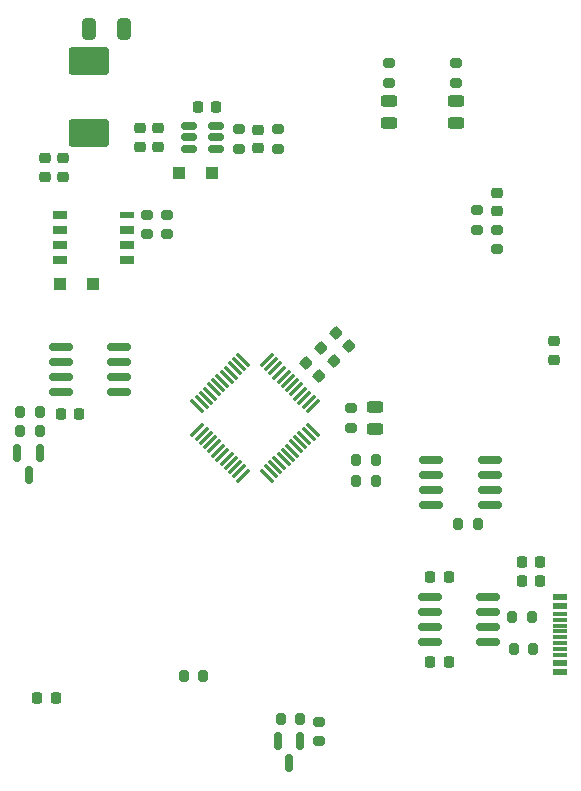
<source format=gbr>
%TF.GenerationSoftware,KiCad,Pcbnew,7.0.7*%
%TF.CreationDate,2024-02-22T09:52:38+01:00*%
%TF.ProjectId,Floppy Soldering station 3.0,466c6f70-7079-4205-936f-6c646572696e,1.0*%
%TF.SameCoordinates,Original*%
%TF.FileFunction,Paste,Top*%
%TF.FilePolarity,Positive*%
%FSLAX46Y46*%
G04 Gerber Fmt 4.6, Leading zero omitted, Abs format (unit mm)*
G04 Created by KiCad (PCBNEW 7.0.7) date 2024-02-22 09:52:38*
%MOMM*%
%LPD*%
G01*
G04 APERTURE LIST*
G04 Aperture macros list*
%AMRoundRect*
0 Rectangle with rounded corners*
0 $1 Rounding radius*
0 $2 $3 $4 $5 $6 $7 $8 $9 X,Y pos of 4 corners*
0 Add a 4 corners polygon primitive as box body*
4,1,4,$2,$3,$4,$5,$6,$7,$8,$9,$2,$3,0*
0 Add four circle primitives for the rounded corners*
1,1,$1+$1,$2,$3*
1,1,$1+$1,$4,$5*
1,1,$1+$1,$6,$7*
1,1,$1+$1,$8,$9*
0 Add four rect primitives between the rounded corners*
20,1,$1+$1,$2,$3,$4,$5,0*
20,1,$1+$1,$4,$5,$6,$7,0*
20,1,$1+$1,$6,$7,$8,$9,0*
20,1,$1+$1,$8,$9,$2,$3,0*%
G04 Aperture macros list end*
%ADD10RoundRect,0.250000X-0.325000X-0.650000X0.325000X-0.650000X0.325000X0.650000X-0.325000X0.650000X0*%
%ADD11RoundRect,0.225000X0.250000X-0.225000X0.250000X0.225000X-0.250000X0.225000X-0.250000X-0.225000X0*%
%ADD12RoundRect,0.200000X-0.275000X0.200000X-0.275000X-0.200000X0.275000X-0.200000X0.275000X0.200000X0*%
%ADD13RoundRect,0.200000X-0.200000X-0.275000X0.200000X-0.275000X0.200000X0.275000X-0.200000X0.275000X0*%
%ADD14RoundRect,0.075000X0.415425X0.521491X-0.521491X-0.415425X-0.415425X-0.521491X0.521491X0.415425X0*%
%ADD15RoundRect,0.075000X-0.415425X0.521491X-0.521491X0.415425X0.415425X-0.521491X0.521491X-0.415425X0*%
%ADD16RoundRect,0.150000X-0.150000X0.587500X-0.150000X-0.587500X0.150000X-0.587500X0.150000X0.587500X0*%
%ADD17RoundRect,0.200000X0.200000X0.275000X-0.200000X0.275000X-0.200000X-0.275000X0.200000X-0.275000X0*%
%ADD18RoundRect,0.225000X-0.225000X-0.250000X0.225000X-0.250000X0.225000X0.250000X-0.225000X0.250000X0*%
%ADD19RoundRect,0.225000X0.335876X0.017678X0.017678X0.335876X-0.335876X-0.017678X-0.017678X-0.335876X0*%
%ADD20RoundRect,0.235000X1.465000X-0.940000X1.465000X0.940000X-1.465000X0.940000X-1.465000X-0.940000X0*%
%ADD21RoundRect,0.250000X-0.300000X-0.300000X0.300000X-0.300000X0.300000X0.300000X-0.300000X0.300000X0*%
%ADD22RoundRect,0.200000X0.275000X-0.200000X0.275000X0.200000X-0.275000X0.200000X-0.275000X-0.200000X0*%
%ADD23RoundRect,0.243750X0.456250X-0.243750X0.456250X0.243750X-0.456250X0.243750X-0.456250X-0.243750X0*%
%ADD24RoundRect,0.225000X-0.335876X-0.017678X-0.017678X-0.335876X0.335876X0.017678X0.017678X0.335876X0*%
%ADD25RoundRect,0.150000X-0.825000X-0.150000X0.825000X-0.150000X0.825000X0.150000X-0.825000X0.150000X0*%
%ADD26RoundRect,0.150000X0.825000X0.150000X-0.825000X0.150000X-0.825000X-0.150000X0.825000X-0.150000X0*%
%ADD27R,1.150000X0.600000*%
%ADD28R,1.150000X0.300000*%
%ADD29R,1.310000X0.650000*%
%ADD30R,1.310000X0.600000*%
%ADD31RoundRect,0.243750X-0.456250X0.243750X-0.456250X-0.243750X0.456250X-0.243750X0.456250X0.243750X0*%
%ADD32RoundRect,0.225000X0.225000X0.250000X-0.225000X0.250000X-0.225000X-0.250000X0.225000X-0.250000X0*%
%ADD33RoundRect,0.150000X-0.512500X-0.150000X0.512500X-0.150000X0.512500X0.150000X-0.512500X0.150000X0*%
G04 APERTURE END LIST*
D10*
%TO.C,C13*%
X140368000Y-63770000D03*
X143318000Y-63770000D03*
%TD*%
D11*
%TO.C,C2*%
X138160000Y-76229000D03*
X138160000Y-74679000D03*
%TD*%
D12*
%TO.C,R8*%
X153019000Y-72216000D03*
X153019000Y-73866000D03*
%TD*%
D13*
%TO.C,R17*%
X162989000Y-101997000D03*
X164639000Y-101997000D03*
%TD*%
D12*
%TO.C,R1*%
X174863000Y-80725000D03*
X174863000Y-82375000D03*
%TD*%
D11*
%TO.C,C6*%
X146161000Y-73689000D03*
X146161000Y-72139000D03*
%TD*%
D14*
%TO.C,U5*%
X159303876Y-95664212D03*
X158950322Y-95310658D03*
X158596769Y-94957105D03*
X158243215Y-94603551D03*
X157889662Y-94249998D03*
X157536109Y-93896445D03*
X157182555Y-93542891D03*
X156829002Y-93189338D03*
X156475449Y-92835785D03*
X156121895Y-92482231D03*
X155768342Y-92128678D03*
X155414788Y-91775124D03*
D15*
X153417212Y-91775124D03*
X153063658Y-92128678D03*
X152710105Y-92482231D03*
X152356551Y-92835785D03*
X152002998Y-93189338D03*
X151649445Y-93542891D03*
X151295891Y-93896445D03*
X150942338Y-94249998D03*
X150588785Y-94603551D03*
X150235231Y-94957105D03*
X149881678Y-95310658D03*
X149528124Y-95664212D03*
D14*
X149528124Y-97661788D03*
X149881678Y-98015342D03*
X150235231Y-98368895D03*
X150588785Y-98722449D03*
X150942338Y-99076002D03*
X151295891Y-99429555D03*
X151649445Y-99783109D03*
X152002998Y-100136662D03*
X152356551Y-100490215D03*
X152710105Y-100843769D03*
X153063658Y-101197322D03*
X153417212Y-101550876D03*
D15*
X155414788Y-101550876D03*
X155768342Y-101197322D03*
X156121895Y-100843769D03*
X156475449Y-100490215D03*
X156829002Y-100136662D03*
X157182555Y-99783109D03*
X157536109Y-99429555D03*
X157889662Y-99076002D03*
X158243215Y-98722449D03*
X158596769Y-98368895D03*
X158950322Y-98015342D03*
X159303876Y-97661788D03*
%TD*%
D16*
%TO.C,Q2*%
X158224000Y-124046500D03*
X156324000Y-124046500D03*
X157274000Y-125921500D03*
%TD*%
D12*
%TO.C,R13*%
X162544000Y-95838000D03*
X162544000Y-97488000D03*
%TD*%
D17*
%TO.C,R4*%
X177974000Y-116221000D03*
X176324000Y-116221000D03*
%TD*%
D18*
%TO.C,C12*%
X169262000Y-110125000D03*
X170812000Y-110125000D03*
%TD*%
D11*
%TO.C,C3*%
X174863000Y-79150000D03*
X174863000Y-77600000D03*
%TD*%
D19*
%TO.C,C14*%
X162330008Y-90607008D03*
X161233992Y-89510992D03*
%TD*%
D20*
%TO.C,L1*%
X140319000Y-72510000D03*
X140319000Y-66460000D03*
%TD*%
D18*
%TO.C,C9*%
X149577000Y-70374000D03*
X151127000Y-70374000D03*
%TD*%
D21*
%TO.C,D2*%
X137903000Y-85360000D03*
X140703000Y-85360000D03*
%TD*%
D12*
%TO.C,R6*%
X145272000Y-79455000D03*
X145272000Y-81105000D03*
%TD*%
D22*
%TO.C,R9*%
X159814000Y-124031000D03*
X159814000Y-122381000D03*
%TD*%
D23*
%TO.C,D4*%
X165719000Y-71692500D03*
X165719000Y-69817500D03*
%TD*%
D17*
%TO.C,R19*%
X164639000Y-100219000D03*
X162989000Y-100219000D03*
%TD*%
%TO.C,R14*%
X136191000Y-96155000D03*
X134541000Y-96155000D03*
%TD*%
D11*
%TO.C,C17*%
X179689000Y-91723000D03*
X179689000Y-90173000D03*
%TD*%
D13*
%TO.C,R3*%
X176197000Y-113554000D03*
X177847000Y-113554000D03*
%TD*%
D24*
%TO.C,C18*%
X158693992Y-92050992D03*
X159790008Y-93147008D03*
%TD*%
D16*
%TO.C,Q3*%
X136189000Y-99662500D03*
X134289000Y-99662500D03*
X135239000Y-101537500D03*
%TD*%
D25*
%TO.C,U2*%
X137971000Y-90694000D03*
X137971000Y-91964000D03*
X137971000Y-93234000D03*
X137971000Y-94504000D03*
X142921000Y-94504000D03*
X142921000Y-93234000D03*
X142921000Y-91964000D03*
X142921000Y-90694000D03*
%TD*%
D26*
%TO.C,U3*%
X174163000Y-115662200D03*
X174163000Y-114392200D03*
X174163000Y-113122200D03*
X174163000Y-111852200D03*
X169213000Y-111852200D03*
X169213000Y-113122200D03*
X169213000Y-114392200D03*
X169213000Y-115662200D03*
%TD*%
D11*
%TO.C,C11*%
X154670000Y-73816000D03*
X154670000Y-72266000D03*
%TD*%
D27*
%TO.C,J4*%
X180245000Y-118200000D03*
X180245000Y-117400000D03*
D28*
X180245000Y-116750000D03*
X180245000Y-116250000D03*
X180245000Y-115750000D03*
X180245000Y-115250000D03*
X180245000Y-114750000D03*
X180245000Y-114250000D03*
X180245000Y-113750000D03*
X180245000Y-113250000D03*
D27*
X180245000Y-112600000D03*
X180245000Y-111800000D03*
%TD*%
D11*
%TO.C,C4*%
X144637000Y-73689000D03*
X144637000Y-72139000D03*
%TD*%
D18*
%TO.C,C10*%
X169262000Y-117364000D03*
X170812000Y-117364000D03*
%TD*%
D29*
%TO.C,Q1*%
X143572500Y-83301000D03*
X143572500Y-82031000D03*
X143572500Y-80761000D03*
D30*
X143572500Y-79491000D03*
D29*
X137882500Y-83301000D03*
X137882500Y-82031000D03*
X137882500Y-80761000D03*
X137882500Y-79491000D03*
%TD*%
D18*
%TO.C,C16*%
X135988000Y-120412000D03*
X137538000Y-120412000D03*
%TD*%
D12*
%TO.C,R16*%
X165719000Y-66628000D03*
X165719000Y-68278000D03*
%TD*%
D31*
%TO.C,D3*%
X164576000Y-95725500D03*
X164576000Y-97600500D03*
%TD*%
D11*
%TO.C,C1*%
X136636000Y-76229000D03*
X136636000Y-74679000D03*
%TD*%
D32*
%TO.C,C8*%
X178559000Y-108855000D03*
X177009000Y-108855000D03*
%TD*%
D13*
%TO.C,R12*%
X171625000Y-105680000D03*
X173275000Y-105680000D03*
%TD*%
D22*
%TO.C,R7*%
X156321000Y-73866000D03*
X156321000Y-72216000D03*
%TD*%
D33*
%TO.C,U1*%
X148833500Y-71964000D03*
X148833500Y-72914000D03*
X148833500Y-73864000D03*
X151108500Y-73864000D03*
X151108500Y-72914000D03*
X151108500Y-71964000D03*
%TD*%
D32*
%TO.C,C5*%
X139524552Y-96329745D03*
X137974552Y-96329745D03*
%TD*%
%TO.C,C7*%
X178559000Y-110506000D03*
X177009000Y-110506000D03*
%TD*%
D22*
%TO.C,R5*%
X146923000Y-81105000D03*
X146923000Y-79455000D03*
%TD*%
D21*
%TO.C,D1*%
X147936000Y-75962000D03*
X150736000Y-75962000D03*
%TD*%
D12*
%TO.C,R18*%
X171434000Y-66628000D03*
X171434000Y-68278000D03*
%TD*%
D17*
%TO.C,R10*%
X158226000Y-122190000D03*
X156576000Y-122190000D03*
%TD*%
D22*
%TO.C,R2*%
X173212000Y-80724000D03*
X173212000Y-79074000D03*
%TD*%
D19*
%TO.C,C15*%
X161060008Y-91877008D03*
X159963992Y-90780992D03*
%TD*%
D17*
%TO.C,R15*%
X136191000Y-97806000D03*
X134541000Y-97806000D03*
%TD*%
D23*
%TO.C,D5*%
X171434000Y-71692500D03*
X171434000Y-69817500D03*
%TD*%
D17*
%TO.C,R11*%
X150034000Y-118507000D03*
X148384000Y-118507000D03*
%TD*%
D26*
%TO.C,U4*%
X174290000Y-104029000D03*
X174290000Y-102759000D03*
X174290000Y-101489000D03*
X174290000Y-100219000D03*
X169340000Y-100219000D03*
X169340000Y-101489000D03*
X169340000Y-102759000D03*
X169340000Y-104029000D03*
%TD*%
M02*

</source>
